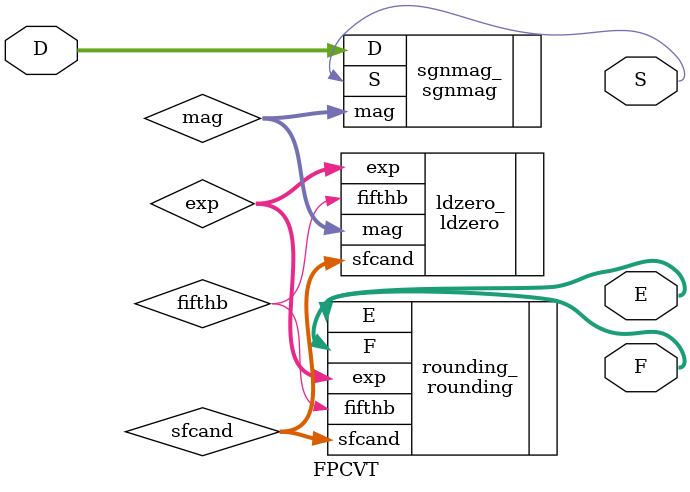
<source format=v>
`timescale 1ns / 1ps
module FPCVT(
	//input 
	D,
	//output
	E,
	F,
	S
);


    input [11:0] D;
    output S;
    output [2:0] E;
    output [3:0] F;
    
    wire [11:0] mag;
    wire [2:0] exp;
    wire [3:0] sfcand;
    wire       fifthb;
	
	
sgnmag sgnmag_ (
	//inputs
	.D     (D),
	//outputs
	.S     (S),
	.mag    		(mag)
);
               
ldzero ldzero_ (
	//inputs
	.mag  		(mag),
	//outputs
	.exp  		(exp),
	.sfcand  	(sfcand),
	.fifthb 		(fifthb)
);
                  
rounding rounding_ (
	//inputs
	.exp   			(exp), 
	.sfcand   		(sfcand), 
	.fifthb   		(fifthb),
	//outputs
	.E      	(E),
	.F      	(F)
);

endmodule

</source>
